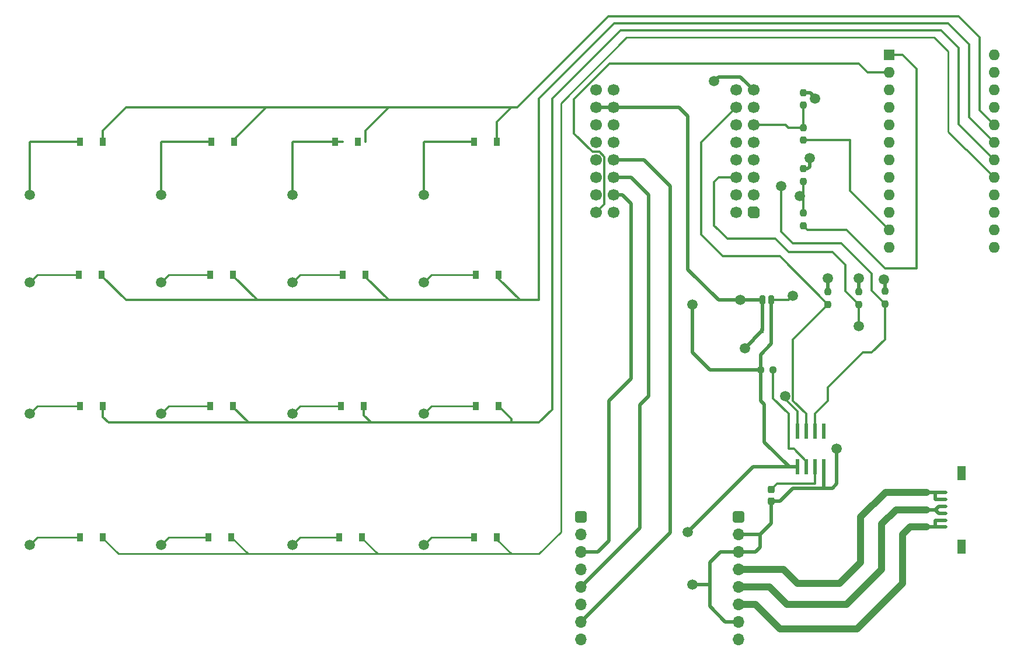
<source format=gbr>
%TF.GenerationSoftware,KiCad,Pcbnew,(6.0.1)*%
%TF.CreationDate,2022-11-10T11:06:10+08:00*%
%TF.ProjectId,Scroller1,5363726f-6c6c-4657-9231-2e6b69636164,rev?*%
%TF.SameCoordinates,Original*%
%TF.FileFunction,Copper,L1,Top*%
%TF.FilePolarity,Positive*%
%FSLAX46Y46*%
G04 Gerber Fmt 4.6, Leading zero omitted, Abs format (unit mm)*
G04 Created by KiCad (PCBNEW (6.0.1)) date 2022-11-10 11:06:10*
%MOMM*%
%LPD*%
G01*
G04 APERTURE LIST*
G04 Aperture macros list*
%AMRoundRect*
0 Rectangle with rounded corners*
0 $1 Rounding radius*
0 $2 $3 $4 $5 $6 $7 $8 $9 X,Y pos of 4 corners*
0 Add a 4 corners polygon primitive as box body*
4,1,4,$2,$3,$4,$5,$6,$7,$8,$9,$2,$3,0*
0 Add four circle primitives for the rounded corners*
1,1,$1+$1,$2,$3*
1,1,$1+$1,$4,$5*
1,1,$1+$1,$6,$7*
1,1,$1+$1,$8,$9*
0 Add four rect primitives between the rounded corners*
20,1,$1+$1,$2,$3,$4,$5,0*
20,1,$1+$1,$4,$5,$6,$7,0*
20,1,$1+$1,$6,$7,$8,$9,0*
20,1,$1+$1,$8,$9,$2,$3,0*%
%AMFreePoly0*
4,1,19,-0.850000,0.510000,-0.510000,0.850000,0.255000,0.850000,0.408997,0.829726,0.552500,0.770285,0.675729,0.675729,0.770285,0.552500,0.829726,0.408997,0.850000,0.255000,0.850000,-0.510000,0.510000,-0.850000,-0.255000,-0.850000,-0.408997,-0.829726,-0.552500,-0.770285,-0.675729,-0.675729,-0.770285,-0.552500,-0.829726,-0.408997,-0.850000,-0.255000,-0.850000,0.510000,-0.850000,0.510000,
$1*%
G04 Aperture macros list end*
%TA.AperFunction,SMDPad,CuDef*%
%ADD10R,0.900000X1.200000*%
%TD*%
%TA.AperFunction,SMDPad,CuDef*%
%ADD11RoundRect,0.237500X0.237500X-0.250000X0.237500X0.250000X-0.237500X0.250000X-0.237500X-0.250000X0*%
%TD*%
%TA.AperFunction,SMDPad,CuDef*%
%ADD12RoundRect,0.237500X0.237500X-0.300000X0.237500X0.300000X-0.237500X0.300000X-0.237500X-0.300000X0*%
%TD*%
%TA.AperFunction,SMDPad,CuDef*%
%ADD13RoundRect,0.237500X-0.237500X0.250000X-0.237500X-0.250000X0.237500X-0.250000X0.237500X0.250000X0*%
%TD*%
%TA.AperFunction,SMDPad,CuDef*%
%ADD14RoundRect,0.208750X0.208750X0.431250X-0.208750X0.431250X-0.208750X-0.431250X0.208750X-0.431250X0*%
%TD*%
%TA.AperFunction,SMDPad,CuDef*%
%ADD15R,0.600000X2.200000*%
%TD*%
%TA.AperFunction,SMDPad,CuDef*%
%ADD16R,0.600000X0.700000*%
%TD*%
%TA.AperFunction,ComponentPad*%
%ADD17RoundRect,0.399500X0.450500X0.450500X-0.450500X0.450500X-0.450500X-0.450500X0.450500X-0.450500X0*%
%TD*%
%TA.AperFunction,ComponentPad*%
%ADD18O,1.700000X1.700000*%
%TD*%
%TA.AperFunction,ComponentPad*%
%ADD19FreePoly0,180.000000*%
%TD*%
%TA.AperFunction,ComponentPad*%
%ADD20C,1.700000*%
%TD*%
%TA.AperFunction,ComponentPad*%
%ADD21R,1.600000X1.600000*%
%TD*%
%TA.AperFunction,ComponentPad*%
%ADD22O,1.600000X1.600000*%
%TD*%
%TA.AperFunction,SMDPad,CuDef*%
%ADD23RoundRect,0.237500X-0.250000X-0.237500X0.250000X-0.237500X0.250000X0.237500X-0.250000X0.237500X0*%
%TD*%
%TA.AperFunction,SMDPad,CuDef*%
%ADD24R,1.000000X0.400000*%
%TD*%
%TA.AperFunction,SMDPad,CuDef*%
%ADD25R,1.300000X2.000000*%
%TD*%
%TA.AperFunction,ViaPad*%
%ADD26C,1.500000*%
%TD*%
%TA.AperFunction,Conductor*%
%ADD27C,0.300000*%
%TD*%
%TA.AperFunction,Conductor*%
%ADD28C,0.500000*%
%TD*%
%TA.AperFunction,Conductor*%
%ADD29C,0.250000*%
%TD*%
%TA.AperFunction,Conductor*%
%ADD30C,1.000000*%
%TD*%
G04 APERTURE END LIST*
D10*
%TO.P,D1_1,1,K*%
%TO.N,/Row 2*%
X119194000Y-91821000D03*
%TO.P,D1_1,2,A*%
%TO.N,Net-(D1_1-Pad2)*%
X115894000Y-91821000D03*
%TD*%
D11*
%TO.P,RS_2,1*%
%TO.N,Net-(ESP32-Pad17)*%
X182696075Y-78279000D03*
%TO.P,RS_2,2*%
%TO.N,GND*%
X182696075Y-76454000D03*
%TD*%
D12*
%TO.P,C1,1*%
%TO.N,GND*%
X178040000Y-124714000D03*
%TO.P,C1,2*%
%TO.N,Net-(C1-Pad2)*%
X178040000Y-122989000D03*
%TD*%
D10*
%TO.P,D2_0,1,K*%
%TO.N,/Row 3*%
X138496000Y-110871000D03*
%TO.P,D2_0,2,A*%
%TO.N,Net-(D2_0-Pad2)*%
X135196000Y-110871000D03*
%TD*%
D13*
%TO.P,RT_4,1*%
%TO.N,+3V3*%
X194550000Y-94234000D03*
%TO.P,RT_4,2*%
%TO.N,SDA*%
X194550000Y-96059000D03*
%TD*%
D10*
%TO.P,D0_1,1,K*%
%TO.N,/Row 1*%
X118135400Y-72517000D03*
%TO.P,D0_1,2,A*%
%TO.N,Net-(D0_1-Pad2)*%
X114835400Y-72517000D03*
%TD*%
D14*
%TO.P,C2,1*%
%TO.N,+3V3*%
X178032500Y-95504000D03*
%TO.P,C2,2*%
%TO.N,GND*%
X176777500Y-95504000D03*
%TD*%
D10*
%TO.P,D1_0,1,K*%
%TO.N,/Row 2*%
X138498000Y-91821000D03*
%TO.P,D1_0,2,A*%
%TO.N,Net-(D1_0-Pad2)*%
X135198000Y-91821000D03*
%TD*%
D15*
%TO.P,UM1,1,VDD*%
%TO.N,+3V3*%
X181850035Y-119692460D03*
%TO.P,UM1,2,MODE*%
%TO.N,Net-(RT_1-Pad2)*%
X183120035Y-119692460D03*
%TO.P,UM1,3,OUT*%
%TO.N,Net-(C1-Pad2)*%
X184390035Y-119692460D03*
%TO.P,UM1,4,GND*%
%TO.N,GND*%
X185660035Y-119692460D03*
%TO.P,UM1,5,PUSH*%
%TO.N,unconnected-(UM1-Pad5)*%
X185660035Y-114492460D03*
%TO.P,UM1,6,A/SDA*%
%TO.N,SDA*%
X184390035Y-114492460D03*
%TO.P,UM1,7,B/SCL*%
%TO.N,SCL*%
X183120035Y-114492460D03*
%TO.P,UM1,8,Z/CSn*%
%TO.N,CSn*%
X181850035Y-114492460D03*
%TD*%
D10*
%TO.P,D1_2,1,K*%
%TO.N,/Row 2*%
X100016000Y-91821000D03*
%TO.P,D1_2,2,A*%
%TO.N,Net-(D1_2-Pad2)*%
X96716000Y-91821000D03*
%TD*%
%TO.P,D2_3,1,K*%
%TO.N,/Row 3*%
X81092000Y-110871000D03*
%TO.P,D2_3,2,A*%
%TO.N,Net-(D2_3-Pad2)*%
X77792000Y-110871000D03*
%TD*%
D13*
%TO.P,RT_2,1*%
%TO.N,+3V3*%
X190740000Y-94314000D03*
%TO.P,RT_2,2*%
%TO.N,CSn*%
X190740000Y-96139000D03*
%TD*%
D16*
%TO.P,D1,1,K*%
%TO.N,+3V3*%
X178054000Y-99949000D03*
%TO.P,D1,2,A*%
%TO.N,GND*%
X176654000Y-99949000D03*
%TD*%
D17*
%TO.P,TMC1,1,+VCC_IO*%
%TO.N,+3V3*%
X150472107Y-126961107D03*
D18*
%TO.P,TMC1,2,GND*%
%TO.N,GND*%
X150472107Y-129501107D03*
%TO.P,TMC1,3,UH_in*%
%TO.N,/UH_In*%
X150472107Y-132041107D03*
%TO.P,TMC1,4,UL_in*%
%TO.N,/UL_In*%
X150472107Y-134581107D03*
%TO.P,TMC1,5,VH_in*%
%TO.N,/VH_In*%
X150472107Y-137121107D03*
%TO.P,TMC1,6,VL_in*%
%TO.N,/VL_In*%
X150472107Y-139661107D03*
%TO.P,TMC1,7,WH_in*%
%TO.N,/WH_In*%
X150472107Y-142201107D03*
%TO.P,TMC1,8,WL_in*%
%TO.N,/WL_In*%
X150472107Y-144741107D03*
D17*
%TO.P,TMC1,9,+VBAT*%
%TO.N,+5V*%
X173272107Y-126961107D03*
D18*
%TO.P,TMC1,10,GND*%
%TO.N,GND*%
X173272107Y-129501107D03*
%TO.P,TMC1,11,GND*%
X173272107Y-132041107D03*
%TO.P,TMC1,12,W*%
%TO.N,/W_Out*%
X173272107Y-134581107D03*
%TO.P,TMC1,13,V*%
%TO.N,/V_Out*%
X173272107Y-137121107D03*
%TO.P,TMC1,14,W*%
%TO.N,/U_Out*%
X173272107Y-139661107D03*
%TO.P,TMC1,15,GND*%
%TO.N,GND*%
X173272107Y-142201107D03*
%TO.P,TMC1,16,DIAG*%
%TO.N,unconnected-(TMC1-Pad16)*%
X173272107Y-144741107D03*
%TD*%
D11*
%TO.P,RM_1,1*%
%TO.N,Net-(QMK1-Pad11)*%
X182696075Y-72286500D03*
%TO.P,RM_1,2*%
%TO.N,Net-(ESP32-Pad6)*%
X182696075Y-70461500D03*
%TD*%
D19*
%TO.P,ESP32,1,EN*%
%TO.N,unconnected-(ESP32-Pad1)*%
X175500000Y-82804000D03*
D20*
%TO.P,ESP32,2,GPIO3*%
%TO.N,unconnected-(ESP32-Pad2)*%
X175500000Y-80264000D03*
%TO.P,ESP32,3,GPIO5*%
%TO.N,unconnected-(ESP32-Pad3)*%
X175500000Y-77724000D03*
%TO.P,ESP32,4,GPIO7*%
%TO.N,unconnected-(ESP32-Pad4)*%
X175500000Y-75184000D03*
%TO.P,ESP32,5,GPIO9*%
%TO.N,unconnected-(ESP32-Pad5)*%
X175500000Y-72644000D03*
%TO.P,ESP32,6,GPIO11*%
%TO.N,Net-(ESP32-Pad6)*%
X175500000Y-70104000D03*
%TO.P,ESP32,7,GPIO12*%
%TO.N,SDA*%
X175500000Y-67564000D03*
%TO.P,ESP32,8,3V3*%
%TO.N,+3V3*%
X175500000Y-65024000D03*
%TO.P,ESP32,9,VBUS*%
%TO.N,+5V*%
X152640000Y-65024000D03*
%TO.P,ESP32,10,GND*%
%TO.N,GND*%
X152640000Y-67564000D03*
%TO.P,ESP32,11,XTAL_32K_N*%
%TO.N,unconnected-(ESP32-Pad11)*%
X152640000Y-70104000D03*
%TO.P,ESP32,12,DAC_2*%
%TO.N,unconnected-(ESP32-Pad12)*%
X152640000Y-72644000D03*
%TO.P,ESP32,13,GPIO33*%
%TO.N,/WL_In*%
X152640000Y-75184000D03*
%TO.P,ESP32,14,GPIO35*%
%TO.N,/VL_In*%
X152640000Y-77724000D03*
%TO.P,ESP32,15,GPIO37*%
%TO.N,/UL_In*%
X152640000Y-80264000D03*
%TO.P,ESP32,16,MTCK*%
%TO.N,Net-(ESP32-Pad16)*%
X152640000Y-82804000D03*
%TO.P,ESP32,17,GPIO1*%
%TO.N,Net-(ESP32-Pad17)*%
X172960000Y-82804000D03*
%TO.P,ESP32,18,GPIO2*%
%TO.N,unconnected-(ESP32-Pad18)*%
X172960000Y-80264000D03*
%TO.P,ESP32,19,GPIO4*%
%TO.N,CSn*%
X172960000Y-77724000D03*
%TO.P,ESP32,20,GPIO6*%
%TO.N,unconnected-(ESP32-Pad20)*%
X172960000Y-75184000D03*
%TO.P,ESP32,21,GPIO8*%
%TO.N,unconnected-(ESP32-Pad21)*%
X172960000Y-72644000D03*
%TO.P,ESP32,22,GPIO10*%
%TO.N,unconnected-(ESP32-Pad22)*%
X172960000Y-70104000D03*
%TO.P,ESP32,23,GPIO13*%
%TO.N,SCL*%
X172960000Y-67564000D03*
%TO.P,ESP32,24,GPIO14*%
%TO.N,unconnected-(ESP32-Pad24)*%
X172960000Y-65024000D03*
%TO.P,ESP32,25,XTAL_32K_P*%
%TO.N,unconnected-(ESP32-Pad25)*%
X155180000Y-65024000D03*
%TO.P,ESP32,26,GND*%
%TO.N,GND*%
X155180000Y-67564000D03*
%TO.P,ESP32,27,DAC_1*%
%TO.N,unconnected-(ESP32-Pad27)*%
X155180000Y-70104000D03*
%TO.P,ESP32,28,GPIO21*%
%TO.N,unconnected-(ESP32-Pad28)*%
X155180000Y-72644000D03*
%TO.P,ESP32,29,GPIO34*%
%TO.N,/WH_In*%
X155180000Y-75184000D03*
%TO.P,ESP32,30,GPIO36*%
%TO.N,/VH_In*%
X155180000Y-77724000D03*
%TO.P,ESP32,31,GPIO38*%
%TO.N,/UH_In*%
X155180000Y-80264000D03*
%TO.P,ESP32,32,MTDO*%
%TO.N,unconnected-(ESP32-Pad32)*%
X155180000Y-82804000D03*
%TD*%
D13*
%TO.P,RT_3,1*%
%TO.N,+3V3*%
X186295000Y-94314000D03*
%TO.P,RT_3,2*%
%TO.N,SCL*%
X186295000Y-96139000D03*
%TD*%
D21*
%TO.P,QMK1,1,D1/TX*%
%TO.N,Net-(QMK1-Pad1)*%
X195185000Y-59944000D03*
D22*
%TO.P,QMK1,2,D0/RX*%
%TO.N,Net-(ESP32-Pad16)*%
X195185000Y-62484000D03*
%TO.P,QMK1,3,GND*%
%TO.N,GND*%
X195185000Y-65024000D03*
%TO.P,QMK1,4,GND*%
X195185000Y-67564000D03*
%TO.P,QMK1,5,D2*%
%TO.N,unconnected-(QMK1-Pad5)*%
X195185000Y-70104000D03*
%TO.P,QMK1,6,~D3*%
%TO.N,unconnected-(QMK1-Pad6)*%
X195185000Y-72644000D03*
%TO.P,QMK1,7,D4/A6*%
%TO.N,unconnected-(QMK1-Pad7)*%
X195185000Y-75184000D03*
%TO.P,QMK1,8,~D5*%
%TO.N,unconnected-(QMK1-Pad8)*%
X195185000Y-77724000D03*
%TO.P,QMK1,9,~D6/A7*%
%TO.N,unconnected-(QMK1-Pad9)*%
X195185000Y-80264000D03*
%TO.P,QMK1,10,D7*%
%TO.N,unconnected-(QMK1-Pad10)*%
X195185000Y-82804000D03*
%TO.P,QMK1,11,D8/A8*%
%TO.N,Net-(QMK1-Pad11)*%
X195185000Y-85344000D03*
%TO.P,QMK1,12,~D9/A9*%
%TO.N,unconnected-(QMK1-Pad12)*%
X195185000Y-87884000D03*
%TO.P,QMK1,13,~D10/A10*%
%TO.N,/Col 4*%
X210425000Y-87884000D03*
%TO.P,QMK1,14,D16*%
%TO.N,/Col 3*%
X210425000Y-85344000D03*
%TO.P,QMK1,15,D14*%
%TO.N,/Col 2*%
X210425000Y-82804000D03*
%TO.P,QMK1,16,D15*%
%TO.N,/Col 1*%
X210425000Y-80264000D03*
%TO.P,QMK1,17,D18/A0*%
%TO.N,/Row 4*%
X210425000Y-77724000D03*
%TO.P,QMK1,18,D19/A1*%
%TO.N,/Row 3*%
X210425000Y-75184000D03*
%TO.P,QMK1,19,D20/A2*%
%TO.N,/Row 2*%
X210425000Y-72644000D03*
%TO.P,QMK1,20,D21/A3*%
%TO.N,/Row 1*%
X210425000Y-70104000D03*
%TO.P,QMK1,21,VCC*%
%TO.N,+5V*%
X210425000Y-67564000D03*
%TO.P,QMK1,22,RST*%
%TO.N,unconnected-(QMK1-Pad22)*%
X210425000Y-65024000D03*
%TO.P,QMK1,23,GND*%
%TO.N,GND*%
X210425000Y-62484000D03*
%TO.P,QMK1,24,RAW*%
%TO.N,unconnected-(QMK1-Pad24)*%
X210425000Y-59944000D03*
%TD*%
D23*
%TO.P,RT_1,1*%
%TO.N,+3V3*%
X176492500Y-105664000D03*
%TO.P,RT_1,2*%
%TO.N,Net-(RT_1-Pad2)*%
X178317500Y-105664000D03*
%TD*%
D10*
%TO.P,D0_3,1,K*%
%TO.N,/Row 1*%
X81092000Y-72517000D03*
%TO.P,D0_3,2,A*%
%TO.N,Net-(D0_3-Pad2)*%
X77792000Y-72517000D03*
%TD*%
D11*
%TO.P,RS_1,1*%
%TO.N,Net-(QMK1-Pad1)*%
X182696075Y-84709000D03*
%TO.P,RS_1,2*%
%TO.N,Net-(ESP32-Pad17)*%
X182696075Y-82884000D03*
%TD*%
D10*
%TO.P,D3_1,1,K*%
%TO.N,/Row 4*%
X118684000Y-129921000D03*
%TO.P,D3_1,2,A*%
%TO.N,Net-(D3_1-Pad2)*%
X115384000Y-129921000D03*
%TD*%
%TO.P,D2_1,1,K*%
%TO.N,/Row 3*%
X118938000Y-110871000D03*
%TO.P,D2_1,2,A*%
%TO.N,Net-(D2_1-Pad2)*%
X115638000Y-110871000D03*
%TD*%
D24*
%TO.P,UVW1,1,Pin_1*%
%TO.N,/U_Out*%
X202947000Y-128444000D03*
%TO.P,UVW1,2,Pin_2*%
X202947000Y-127444000D03*
%TO.P,UVW1,3,Pin_3*%
%TO.N,/V_Out*%
X202947000Y-126444000D03*
%TO.P,UVW1,4,Pin_4*%
X202947000Y-125444000D03*
%TO.P,UVW1,5,Pin_5*%
%TO.N,/W_Out*%
X202947000Y-124444000D03*
%TO.P,UVW1,6,Pin_6*%
X202947000Y-123444000D03*
D25*
%TO.P,UVW1,MP*%
%TO.N,N/C*%
X205647000Y-120644000D03*
X205647000Y-131244000D03*
%TD*%
D10*
%TO.P,D2_2,1,K*%
%TO.N,/Row 3*%
X100014000Y-110871000D03*
%TO.P,D2_2,2,A*%
%TO.N,Net-(D2_2-Pad2)*%
X96714000Y-110871000D03*
%TD*%
%TO.P,D3_3,1,K*%
%TO.N,/Row 4*%
X81092000Y-129921000D03*
%TO.P,D3_3,2,A*%
%TO.N,Net-(D3_3-Pad2)*%
X77792000Y-129921000D03*
%TD*%
%TO.P,D3_0,1,K*%
%TO.N,/Row 4*%
X138242000Y-129921000D03*
%TO.P,D3_0,2,A*%
%TO.N,Net-(D3_0-Pad2)*%
X134942000Y-129921000D03*
%TD*%
%TO.P,D0_2,1,K*%
%TO.N,/Row 1*%
X100142000Y-72517000D03*
%TO.P,D0_2,2,A*%
%TO.N,Net-(D0_2-Pad2)*%
X96842000Y-72517000D03*
%TD*%
%TO.P,D1_3,1,K*%
%TO.N,/Row 2*%
X80966000Y-91821000D03*
%TO.P,D1_3,2,A*%
%TO.N,Net-(D1_3-Pad2)*%
X77666000Y-91821000D03*
%TD*%
D11*
%TO.P,RM_2,1*%
%TO.N,Net-(ESP32-Pad6)*%
X182696075Y-67206500D03*
%TO.P,RM_2,2*%
%TO.N,GND*%
X182696075Y-65381500D03*
%TD*%
D10*
%TO.P,D3_2,1,K*%
%TO.N,/Row 4*%
X99760000Y-129921000D03*
%TO.P,D3_2,2,A*%
%TO.N,Net-(D3_2-Pad2)*%
X96460000Y-129921000D03*
%TD*%
%TO.P,D0_0,1,K*%
%TO.N,/Row 1*%
X138242000Y-72517000D03*
%TO.P,D0_0,2,A*%
%TO.N,Net-(D0_0-Pad2)*%
X134942000Y-72517000D03*
%TD*%
D26*
%TO.N,GND*%
X174230000Y-102489000D03*
X166610000Y-136779000D03*
X183648575Y-74866500D03*
X187565000Y-117094000D03*
X173595000Y-95504000D03*
X184390000Y-66294000D03*
%TO.N,+3V3*%
X166610000Y-96139000D03*
X190740000Y-92329000D03*
X194407536Y-92471464D03*
X165975000Y-129159000D03*
X186295000Y-92329000D03*
X181215000Y-94869000D03*
X169785000Y-63754000D03*
%TO.N,Net-(D0_0-Pad2)*%
X127642000Y-80264000D03*
%TO.N,Net-(D0_1-Pad2)*%
X108592000Y-80264000D03*
%TO.N,Net-(D0_2-Pad2)*%
X89542000Y-80264000D03*
%TO.N,Net-(D0_3-Pad2)*%
X70492000Y-80264000D03*
%TO.N,Net-(D1_0-Pad2)*%
X127642000Y-92964000D03*
%TO.N,Net-(D1_1-Pad2)*%
X108592000Y-92964000D03*
%TO.N,Net-(D1_2-Pad2)*%
X89542000Y-92964000D03*
%TO.N,Net-(D1_3-Pad2)*%
X70492000Y-92964000D03*
%TO.N,Net-(D2_0-Pad2)*%
X127642000Y-112014000D03*
%TO.N,Net-(D2_1-Pad2)*%
X108592000Y-112014000D03*
%TO.N,Net-(D2_2-Pad2)*%
X89542000Y-112014000D03*
%TO.N,Net-(D2_3-Pad2)*%
X70492000Y-112014000D03*
%TO.N,Net-(D3_0-Pad2)*%
X127642000Y-131064000D03*
%TO.N,Net-(D3_1-Pad2)*%
X108592000Y-131064000D03*
%TO.N,Net-(D3_2-Pad2)*%
X89542000Y-131064000D03*
%TO.N,Net-(D3_3-Pad2)*%
X70492000Y-131064000D03*
%TO.N,SDA*%
X179521075Y-78994000D03*
%TO.N,Net-(ESP32-Pad17)*%
X182186555Y-80389480D03*
%TO.N,CSn*%
X180086000Y-109474000D03*
X190740000Y-99314000D03*
%TD*%
D27*
%TO.N,CSn*%
X181850035Y-111633035D02*
X181850035Y-114492460D01*
X180086000Y-109474000D02*
X180086000Y-109869000D01*
X180086000Y-109869000D02*
X181850035Y-111633035D01*
D28*
%TO.N,+3V3*%
X176530000Y-110081850D02*
X176530000Y-105701500D01*
X176530000Y-105701500D02*
X176492500Y-105664000D01*
X177038000Y-110589850D02*
X176530000Y-110081850D01*
X177038000Y-116092000D02*
X177038000Y-110589850D01*
X180638460Y-119692460D02*
X177038000Y-116092000D01*
%TO.N,GND*%
X152640000Y-67564000D02*
X155180000Y-67564000D01*
X178040000Y-124714000D02*
X179310000Y-124714000D01*
X185660035Y-122808965D02*
X185660035Y-119692460D01*
X169150000Y-139954000D02*
X171397107Y-142201107D01*
X169150000Y-136779000D02*
X166610000Y-136779000D01*
X183331075Y-65381500D02*
X183688575Y-65381500D01*
X170712893Y-132041107D02*
X169150000Y-133604000D01*
X165975000Y-91059000D02*
X170420000Y-95504000D01*
X183648575Y-76136500D02*
X183331075Y-76454000D01*
X186930000Y-122809000D02*
X185660000Y-122809000D01*
X183648575Y-74866500D02*
X183648575Y-76136500D01*
X187565000Y-117094000D02*
X187565000Y-122174000D01*
X175792893Y-132041107D02*
X173272107Y-132041107D01*
X165975000Y-68834000D02*
X165975000Y-91059000D01*
X183688575Y-65381500D02*
X184601075Y-66294000D01*
X169150000Y-133604000D02*
X169150000Y-136779000D01*
X181215000Y-122809000D02*
X185660000Y-122809000D01*
X176654000Y-99949000D02*
X175500000Y-101103000D01*
X179310000Y-124714000D02*
X181215000Y-122809000D01*
X173272107Y-132041107D02*
X170712893Y-132041107D01*
X169150000Y-136779000D02*
X169150000Y-139954000D01*
X178040000Y-127889000D02*
X176427893Y-129501107D01*
X176427893Y-129501107D02*
X173272107Y-129501107D01*
X164705000Y-67564000D02*
X155180000Y-67564000D01*
X164705000Y-67564000D02*
X165975000Y-68834000D01*
X171397107Y-142201107D02*
X173272107Y-142201107D01*
X175500000Y-101219000D02*
X174230000Y-102489000D01*
X178040000Y-124714000D02*
X178040000Y-127889000D01*
X176777500Y-95504000D02*
X176777500Y-99825500D01*
X185660000Y-122809000D02*
X185660035Y-122808965D01*
X174865000Y-95504000D02*
X173595000Y-95504000D01*
X187565000Y-122174000D02*
X186930000Y-122809000D01*
X170420000Y-95504000D02*
X174865000Y-95504000D01*
X176427893Y-131406107D02*
X175792893Y-132041107D01*
X175500000Y-101103000D02*
X175500000Y-101219000D01*
X176427893Y-129501107D02*
X176427893Y-131406107D01*
X176777500Y-95504000D02*
X174865000Y-95504000D01*
X176777500Y-99825500D02*
X176654000Y-99949000D01*
D27*
%TO.N,Net-(C1-Pad2)*%
X184390000Y-122174000D02*
X184390035Y-122173965D01*
X178855000Y-122174000D02*
X184390000Y-122174000D01*
X184390035Y-122173965D02*
X184390035Y-119692460D01*
X178040000Y-122989000D02*
X178855000Y-122174000D01*
%TO.N,+3V3*%
X180580000Y-95504000D02*
X181215000Y-94869000D01*
D28*
X166610000Y-103124000D02*
X169150000Y-105664000D01*
X169150000Y-105664000D02*
X176492500Y-105664000D01*
X186295000Y-94314000D02*
X186295000Y-92329000D01*
X194550000Y-94234000D02*
X194550000Y-92613928D01*
X178054000Y-95525500D02*
X178032500Y-95504000D01*
X175500000Y-65024000D02*
X173595000Y-63119000D01*
X178054000Y-101840000D02*
X176492500Y-103401500D01*
X175441540Y-119692460D02*
X180638460Y-119692460D01*
X176492500Y-105664000D02*
X176492500Y-103401500D01*
X173595000Y-63119000D02*
X172960000Y-63119000D01*
X178054000Y-99949000D02*
X178054000Y-95525500D01*
D27*
X178032500Y-95504000D02*
X180580000Y-95504000D01*
D28*
X194550000Y-92613928D02*
X194407536Y-92471464D01*
X172960000Y-63119000D02*
X170420000Y-63119000D01*
X170420000Y-63119000D02*
X169785000Y-63754000D01*
X165975000Y-129159000D02*
X175441540Y-119692460D01*
X190740000Y-94314000D02*
X190740000Y-92329000D01*
X166610000Y-96139000D02*
X166610000Y-103124000D01*
X181850035Y-119692460D02*
X180638460Y-119692460D01*
X178054000Y-99949000D02*
X178054000Y-101840000D01*
D27*
%TO.N,/Row 1*%
X208280000Y-67959000D02*
X210425000Y-70104000D01*
X81092000Y-72517000D02*
X81092000Y-70934000D01*
X141210000Y-67564000D02*
X154418000Y-54356000D01*
X205232000Y-54356000D02*
X208280000Y-57404000D01*
X122562000Y-67564000D02*
X140342000Y-67564000D01*
X119192000Y-72517000D02*
X119192000Y-70934000D01*
X119192000Y-70934000D02*
X122562000Y-67564000D01*
X208280000Y-57404000D02*
X208280000Y-67959000D01*
X154418000Y-54356000D02*
X205232000Y-54356000D01*
X100142000Y-72204000D02*
X104782000Y-67564000D01*
X84462000Y-67564000D02*
X104782000Y-67564000D01*
X104782000Y-67564000D02*
X122562000Y-67564000D01*
X138242000Y-72517000D02*
X138242000Y-69664000D01*
X139305000Y-67564000D02*
X141210000Y-67564000D01*
X81092000Y-70934000D02*
X84462000Y-67564000D01*
X138242000Y-69664000D02*
X140342000Y-67564000D01*
X100142000Y-72517000D02*
X100142000Y-72204000D01*
%TO.N,Net-(D0_0-Pad2)*%
X127642000Y-72644000D02*
X127642000Y-80264000D01*
X134942000Y-72517000D02*
X127769000Y-72517000D01*
X127769000Y-72517000D02*
X127642000Y-72644000D01*
%TO.N,Net-(D0_1-Pad2)*%
X115892000Y-72517000D02*
X108719000Y-72517000D01*
X108592000Y-72644000D02*
X108592000Y-80264000D01*
X108719000Y-72517000D02*
X108592000Y-72644000D01*
%TO.N,Net-(D0_2-Pad2)*%
X89669000Y-72517000D02*
X89542000Y-72644000D01*
X89542000Y-72644000D02*
X89542000Y-80264000D01*
X96842000Y-72517000D02*
X89669000Y-72517000D01*
%TO.N,Net-(D0_3-Pad2)*%
X70492000Y-72644000D02*
X70492000Y-80264000D01*
X70619000Y-72517000D02*
X70492000Y-72644000D01*
X77792000Y-72517000D02*
X70619000Y-72517000D01*
%TO.N,/Row 2*%
X203708000Y-55372000D02*
X206756000Y-58420000D01*
X84462000Y-95504000D02*
X102242000Y-95504000D01*
X138498000Y-91821000D02*
X138498000Y-92390000D01*
X155307000Y-55372000D02*
X203708000Y-55372000D01*
X102242000Y-95504000D02*
X103512000Y-95504000D01*
X100016000Y-92008000D02*
X103512000Y-95504000D01*
X138498000Y-92390000D02*
X141612000Y-95504000D01*
X144385000Y-66294000D02*
X155307000Y-55372000D01*
X103512000Y-95504000D02*
X122562000Y-95504000D01*
X119194000Y-92136000D02*
X122562000Y-95504000D01*
X206756000Y-68975000D02*
X210425000Y-72644000D01*
X100016000Y-91821000D02*
X100016000Y-92008000D01*
X80966000Y-91821000D02*
X80966000Y-92008000D01*
X80966000Y-92008000D02*
X84462000Y-95504000D01*
X140575000Y-95504000D02*
X144385000Y-95504000D01*
X206756000Y-58420000D02*
X206756000Y-68975000D01*
X122562000Y-95504000D02*
X140342000Y-95504000D01*
X140342000Y-95504000D02*
X141612000Y-95504000D01*
X119194000Y-91821000D02*
X119194000Y-92136000D01*
X144385000Y-95504000D02*
X144385000Y-66294000D01*
D29*
%TO.N,Net-(D1_0-Pad2)*%
X135198000Y-91821000D02*
X128785000Y-91821000D01*
X128785000Y-91821000D02*
X127642000Y-92964000D01*
%TO.N,Net-(D1_1-Pad2)*%
X109735000Y-91821000D02*
X108592000Y-92964000D01*
X115894000Y-91821000D02*
X109735000Y-91821000D01*
%TO.N,Net-(D1_2-Pad2)*%
X96716000Y-91821000D02*
X90685000Y-91821000D01*
X90685000Y-91821000D02*
X89542000Y-92964000D01*
%TO.N,Net-(D1_3-Pad2)*%
X77666000Y-91821000D02*
X71635000Y-91821000D01*
X71635000Y-91821000D02*
X70492000Y-92964000D01*
D27*
%TO.N,/Row 3*%
X81922000Y-113284000D02*
X102242000Y-113284000D01*
X81092000Y-112454000D02*
X81922000Y-113284000D01*
X139305000Y-113284000D02*
X144385000Y-113284000D01*
X118938000Y-110871000D02*
X118938000Y-112200000D01*
X118938000Y-112200000D02*
X120022000Y-113284000D01*
X140342000Y-112717000D02*
X140342000Y-113284000D01*
X100014000Y-111056000D02*
X102242000Y-113284000D01*
X202692000Y-56388000D02*
X205232000Y-58928000D01*
X102242000Y-113284000D02*
X120022000Y-113284000D01*
X146290000Y-111379000D02*
X146290000Y-66294000D01*
X100014000Y-110871000D02*
X100014000Y-111056000D01*
X146290000Y-66294000D02*
X156196000Y-56388000D01*
X156196000Y-56388000D02*
X202692000Y-56388000D01*
X120022000Y-113284000D02*
X140342000Y-113284000D01*
X138496000Y-110871000D02*
X140342000Y-112717000D01*
X81092000Y-110871000D02*
X81092000Y-112454000D01*
X205232000Y-58928000D02*
X205232000Y-69991000D01*
X144385000Y-113284000D02*
X146290000Y-111379000D01*
X205232000Y-69991000D02*
X210425000Y-75184000D01*
D29*
%TO.N,Net-(D2_0-Pad2)*%
X128785000Y-110871000D02*
X127642000Y-112014000D01*
X135196000Y-110871000D02*
X128785000Y-110871000D01*
%TO.N,Net-(D2_1-Pad2)*%
X109735000Y-110871000D02*
X108592000Y-112014000D01*
X115638000Y-110871000D02*
X109735000Y-110871000D01*
%TO.N,Net-(D2_2-Pad2)*%
X90685000Y-110871000D02*
X89542000Y-112014000D01*
X96714000Y-110871000D02*
X90685000Y-110871000D01*
%TO.N,Net-(D2_3-Pad2)*%
X71635000Y-110871000D02*
X70492000Y-112014000D01*
X77792000Y-110871000D02*
X71635000Y-110871000D01*
%TO.N,/Row 4*%
X118684000Y-130071000D02*
X120947000Y-132334000D01*
X118684000Y-129921000D02*
X118684000Y-130071000D01*
X157085000Y-57404000D02*
X201676000Y-57404000D01*
X203708000Y-71120000D02*
X206248000Y-73660000D01*
X139305000Y-132334000D02*
X144385000Y-132334000D01*
X206248000Y-73660000D02*
X206361000Y-73660000D01*
X102173000Y-132334000D02*
X121292000Y-132334000D01*
X147560000Y-66929000D02*
X157085000Y-57404000D01*
X138242000Y-130234000D02*
X140342000Y-132334000D01*
X138242000Y-129921000D02*
X138242000Y-130234000D01*
X201676000Y-57404000D02*
X203708000Y-59436000D01*
X206361000Y-73660000D02*
X210425000Y-77724000D01*
X144385000Y-132334000D02*
X147560000Y-129159000D01*
X147560000Y-129159000D02*
X147560000Y-66929000D01*
X120947000Y-132334000D02*
X140342000Y-132334000D01*
X83355000Y-132334000D02*
X102173000Y-132334000D01*
X81092000Y-130071000D02*
X83355000Y-132334000D01*
X81092000Y-129921000D02*
X81092000Y-130071000D01*
X203708000Y-59436000D02*
X203708000Y-71120000D01*
X99760000Y-129921000D02*
X102173000Y-132334000D01*
%TO.N,Net-(D3_0-Pad2)*%
X134942000Y-129921000D02*
X128785000Y-129921000D01*
X128785000Y-129921000D02*
X127642000Y-131064000D01*
%TO.N,Net-(D3_1-Pad2)*%
X109735000Y-129921000D02*
X108592000Y-131064000D01*
X115384000Y-129921000D02*
X109735000Y-129921000D01*
%TO.N,Net-(D3_2-Pad2)*%
X90685000Y-129921000D02*
X89542000Y-131064000D01*
X96460000Y-129921000D02*
X90685000Y-129921000D01*
%TO.N,Net-(D3_3-Pad2)*%
X77792000Y-129921000D02*
X71635000Y-129921000D01*
X71635000Y-129921000D02*
X70492000Y-131064000D01*
D27*
%TO.N,Net-(ESP32-Pad6)*%
X182696075Y-67206500D02*
X182696075Y-70461500D01*
X180513575Y-70461500D02*
X180156075Y-70104000D01*
X180156075Y-70104000D02*
X175500000Y-70104000D01*
X180513575Y-70461500D02*
X182696075Y-70461500D01*
%TO.N,SDA*%
X192645000Y-103124000D02*
X194550000Y-101219000D01*
X188200000Y-87249000D02*
X181215000Y-87249000D01*
X192645000Y-94154000D02*
X192645000Y-91694000D01*
X181215000Y-87249000D02*
X179521075Y-85555075D01*
X179521075Y-85555075D02*
X179521075Y-78994000D01*
X192645000Y-91694000D02*
X188200000Y-87249000D01*
X194550000Y-96059000D02*
X192645000Y-94154000D01*
X194550000Y-101219000D02*
X194550000Y-96059000D01*
X184390035Y-112013965D02*
X186295000Y-110109000D01*
X186295000Y-108204000D02*
X191375000Y-103124000D01*
X184390035Y-114492460D02*
X184390035Y-112013965D01*
X186295000Y-110109000D02*
X186295000Y-108204000D01*
X191375000Y-103124000D02*
X192645000Y-103124000D01*
%TO.N,Net-(ESP32-Pad16)*%
X152143145Y-73984489D02*
X149465000Y-71306344D01*
X153136855Y-73984489D02*
X152143145Y-73984489D01*
X153839511Y-74687145D02*
X153136855Y-73984489D01*
X152640000Y-82804000D02*
X153839511Y-81604489D01*
X154581072Y-61214000D02*
X190754000Y-61214000D01*
X190754000Y-61214000D02*
X192024000Y-62484000D01*
X192024000Y-62484000D02*
X195185000Y-62484000D01*
X153839511Y-81604489D02*
X153839511Y-74687145D01*
X149465000Y-71306344D02*
X149465000Y-66330072D01*
X149465000Y-66330072D02*
X154581072Y-61214000D01*
%TO.N,Net-(ESP32-Pad17)*%
X182186555Y-80389480D02*
X182696075Y-80899000D01*
X182696075Y-79879960D02*
X182186555Y-80389480D01*
X182696075Y-80899000D02*
X182696075Y-82884000D01*
X182696075Y-78279000D02*
X182696075Y-79879960D01*
%TO.N,CSn*%
X186930000Y-88519000D02*
X188835000Y-90424000D01*
X188835000Y-90424000D02*
X188835000Y-94234000D01*
X180580000Y-88519000D02*
X186930000Y-88519000D01*
X176135000Y-86614000D02*
X178675000Y-86614000D01*
X188835000Y-94234000D02*
X190740000Y-96139000D01*
X171690000Y-86614000D02*
X176135000Y-86614000D01*
X169785000Y-84709000D02*
X170420000Y-85344000D01*
X169785000Y-78359000D02*
X169785000Y-84709000D01*
X170420000Y-77724000D02*
X169785000Y-78359000D01*
X178675000Y-86614000D02*
X180580000Y-88519000D01*
X190740000Y-96139000D02*
X190740000Y-99314000D01*
X170420000Y-85344000D02*
X171690000Y-86614000D01*
X172960000Y-77724000D02*
X170420000Y-77724000D01*
%TO.N,SCL*%
X186295000Y-96139000D02*
X181215000Y-101219000D01*
X181215000Y-110109000D02*
X183120035Y-112014035D01*
X179310000Y-89154000D02*
X171055000Y-89154000D01*
X167880000Y-85979000D02*
X167880000Y-72644000D01*
X171055000Y-89154000D02*
X167880000Y-85979000D01*
X183120035Y-112014035D02*
X183120035Y-114492460D01*
X186295000Y-96139000D02*
X179310000Y-89154000D01*
X167880000Y-72644000D02*
X172960000Y-67564000D01*
X181215000Y-101219000D02*
X181215000Y-110109000D01*
D28*
%TO.N,/WH_In*%
X163435000Y-129238214D02*
X163435000Y-78994000D01*
X150472107Y-142201107D02*
X163435000Y-129238214D01*
X159625000Y-75184000D02*
X155180000Y-75184000D01*
X163435000Y-78994000D02*
X159625000Y-75184000D01*
%TO.N,/VH_In*%
X158990000Y-110744000D02*
X160260000Y-109474000D01*
X150472107Y-137121107D02*
X158990000Y-128603214D01*
X157720000Y-77724000D02*
X155180000Y-77724000D01*
X158990000Y-128603214D02*
X158990000Y-110744000D01*
X160260000Y-80264000D02*
X157720000Y-77724000D01*
X160260000Y-109474000D02*
X160260000Y-80264000D01*
%TO.N,/UH_In*%
X156450000Y-80264000D02*
X155180000Y-80264000D01*
X152932893Y-132041107D02*
X154545000Y-130429000D01*
X154545000Y-110109000D02*
X157720000Y-106934000D01*
X157720000Y-106934000D02*
X157720000Y-81534000D01*
X157720000Y-81534000D02*
X156450000Y-80264000D01*
X150472107Y-132041107D02*
X152932893Y-132041107D01*
X154545000Y-130429000D02*
X154545000Y-110109000D01*
D27*
%TO.N,Net-(QMK1-Pad1)*%
X182696075Y-84709000D02*
X183331075Y-85344000D01*
X199136000Y-90932000D02*
X199136000Y-61976000D01*
X199136000Y-61976000D02*
X197104000Y-59944000D01*
X194564000Y-90932000D02*
X199136000Y-90932000D01*
X188976000Y-85344000D02*
X194564000Y-90932000D01*
X197104000Y-59944000D02*
X195185000Y-59944000D01*
X183331075Y-85344000D02*
X188976000Y-85344000D01*
%TO.N,Net-(QMK1-Pad11)*%
X189507500Y-72286500D02*
X189507500Y-79666500D01*
X189507500Y-72286500D02*
X182696075Y-72286500D01*
X189507500Y-79666500D02*
X195185000Y-85344000D01*
%TO.N,Net-(RT_1-Pad2)*%
X183120035Y-118892460D02*
X181321575Y-117094000D01*
X178317500Y-109751500D02*
X178317500Y-105664000D01*
X180580000Y-117094000D02*
X180580000Y-112014000D01*
X183120035Y-119692460D02*
X183120035Y-118892460D01*
X181321575Y-117094000D02*
X180580000Y-117094000D01*
X180580000Y-112014000D02*
X178317500Y-109751500D01*
D28*
%TO.N,/W_Out*%
X203347000Y-124444000D02*
X201847000Y-124444000D01*
D30*
X181864000Y-136652000D02*
X187960000Y-136652000D01*
D28*
X201823000Y-124420000D02*
X201823000Y-123658000D01*
D30*
X179793107Y-134581107D02*
X181864000Y-136652000D01*
X173272107Y-134581107D02*
X179793107Y-134581107D01*
X191008000Y-133604000D02*
X191008000Y-127000000D01*
X191008000Y-127000000D02*
X194604000Y-123404000D01*
X187960000Y-136652000D02*
X191008000Y-133604000D01*
D28*
X203347000Y-123444000D02*
X202037000Y-123444000D01*
X201823000Y-123658000D02*
X202037000Y-123444000D01*
X200591893Y-123404000D02*
X200553000Y-123365107D01*
X201837000Y-123404000D02*
X200591893Y-123404000D01*
D30*
X194604000Y-123404000D02*
X200591893Y-123404000D01*
D28*
X201847000Y-124444000D02*
X201823000Y-124420000D01*
D30*
%TO.N,/V_Out*%
X180340000Y-139700000D02*
X188976000Y-139700000D01*
D28*
X201837000Y-125944000D02*
X200591893Y-125944000D01*
X200591893Y-125944000D02*
X200553000Y-125905107D01*
D30*
X194056000Y-128016000D02*
X196128000Y-125944000D01*
X188976000Y-139700000D02*
X194056000Y-134620000D01*
X194056000Y-134620000D02*
X194056000Y-128016000D01*
X173272107Y-137121107D02*
X177761107Y-137121107D01*
D28*
X202323000Y-126444000D02*
X201823000Y-125944000D01*
X203347000Y-125444000D02*
X202323000Y-125444000D01*
D30*
X196128000Y-125944000D02*
X200591893Y-125944000D01*
D28*
X202323000Y-125444000D02*
X201823000Y-125944000D01*
X203347000Y-126444000D02*
X202323000Y-126444000D01*
D30*
X177761107Y-137121107D02*
X180340000Y-139700000D01*
D28*
%TO.N,/U_Out*%
X201847000Y-127444000D02*
X201823000Y-127468000D01*
D30*
X190500000Y-143256000D02*
X197104000Y-136652000D01*
D28*
X200554107Y-128444000D02*
X200553000Y-128445107D01*
D30*
X197104000Y-136652000D02*
X197104000Y-129540000D01*
D28*
X201837000Y-128444000D02*
X200554107Y-128444000D01*
X201823000Y-128230000D02*
X202037000Y-128444000D01*
X203347000Y-128444000D02*
X202037000Y-128444000D01*
X203347000Y-127444000D02*
X201847000Y-127444000D01*
D30*
X198198893Y-128445107D02*
X200553000Y-128445107D01*
X179324000Y-143256000D02*
X190500000Y-143256000D01*
X197104000Y-129540000D02*
X198198893Y-128445107D01*
X175729107Y-139661107D02*
X179324000Y-143256000D01*
X173272107Y-139661107D02*
X175729107Y-139661107D01*
D28*
X201823000Y-127468000D02*
X201823000Y-128230000D01*
%TD*%
M02*

</source>
